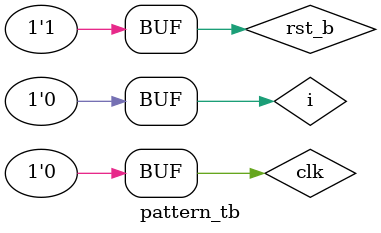
<source format=v>
module pattern(
    input clk, rst_b, i,
    output reg o
);
    localparam S0 = 0;
    localparam S1 = 1;
    localparam S2 = 2;
    localparam S3 = 3;
    localparam S4 = 4;

    reg [2:0] st;
    reg [2:0] st_nxt;

    always @ (*)
        case(st)
            S0: if(i) st_nxt = S0;
                else  st_nxt = S1;
            S1: if(i) st_nxt = S2;
                else  st_nxt = S1;
            S2: if(i) st_nxt = S3;
                else  st_nxt = S1;
            S3: if(i) st_nxt = S0;
                else  st_nxt = S4;
            S4: if(i) st_nxt = S2;
                else  st_nxt = S1;
            default:  st_nxt = S0;
        endcase

    always @ (*) begin
        o = (st == S4);
    end

    always @ (posedge clk, negedge rst_b)
        if(! rst_b)     st <= S0;
        else            st <= st_nxt;
endmodule

module pattern_tb;
    reg clk, rst_b, i;
    wire o;

    pattern inst0 (
        .clk(clk), .rst_b(rst_b), .i(i), .o(o)
    );

    localparam CLK_CYCLES = 5;
    localparam CLK_PERIOD = 200;

    initial begin
        clk = 0;
        repeat(2*CLK_CYCLES)
            #(CLK_PERIOD/2) clk = 1 - clk;
    end

    localparam RST_PULSE = 10;

    initial begin
        rst_b = 0;
        #(RST_PULSE) rst_b = 1;
    end

    initial begin
        i = 0;
        #(2*CLK_PERIOD) i = 1;
        #(2*CLK_PERIOD) i = 0;
    end
endmodule
</source>
